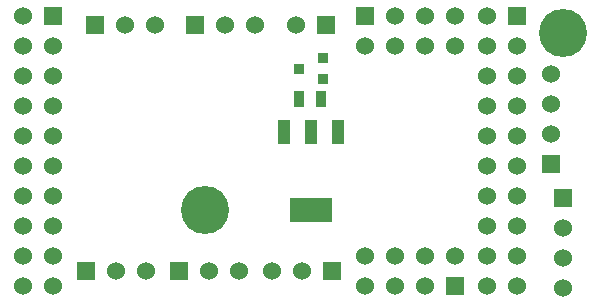
<source format=gbs>
G04 (created by PCBNEW (2013-may-18)-stable) date Вс 07 июн 2015 12:30:23*
%MOIN*%
G04 Gerber Fmt 3.4, Leading zero omitted, Abs format*
%FSLAX34Y34*%
G01*
G70*
G90*
G04 APERTURE LIST*
%ADD10C,0.00590551*%
%ADD11R,0.036X0.036*%
%ADD12R,0.144X0.08*%
%ADD13R,0.04X0.08*%
%ADD14R,0.035X0.055*%
%ADD15R,0.06X0.06*%
%ADD16C,0.06*%
%ADD17C,0.16*%
G04 APERTURE END LIST*
G54D10*
G54D11*
X35262Y-20842D03*
X35262Y-20142D03*
X34462Y-20492D03*
G54D12*
X34881Y-25217D03*
G54D13*
X34881Y-22617D03*
X35781Y-22617D03*
X33981Y-22617D03*
G54D14*
X35217Y-21515D03*
X34467Y-21515D03*
G54D15*
X39669Y-27744D03*
G54D16*
X39669Y-26744D03*
X38669Y-27744D03*
X38669Y-26744D03*
X37669Y-27744D03*
X37669Y-26744D03*
X36669Y-27744D03*
X36669Y-26744D03*
G54D15*
X36669Y-18732D03*
G54D16*
X36669Y-19732D03*
X37669Y-18732D03*
X37669Y-19732D03*
X38669Y-18732D03*
X38669Y-19732D03*
X39669Y-18732D03*
X39669Y-19732D03*
G54D15*
X43267Y-24799D03*
G54D16*
X43267Y-25799D03*
X43267Y-26799D03*
X43267Y-27799D03*
G54D15*
X42893Y-23665D03*
G54D16*
X42893Y-22665D03*
X42893Y-21665D03*
X42893Y-20665D03*
G54D15*
X31007Y-19055D03*
G54D16*
X32007Y-19055D03*
X33007Y-19055D03*
G54D15*
X35566Y-27244D03*
G54D16*
X34566Y-27244D03*
X33566Y-27244D03*
G54D15*
X27385Y-27244D03*
G54D16*
X28385Y-27244D03*
X29385Y-27244D03*
G54D15*
X27681Y-19055D03*
G54D16*
X28681Y-19055D03*
X29681Y-19055D03*
G54D15*
X30476Y-27244D03*
G54D16*
X31476Y-27244D03*
X32476Y-27244D03*
G54D15*
X35362Y-19055D03*
G54D16*
X34362Y-19055D03*
G54D15*
X41759Y-18751D03*
G54D16*
X40759Y-18751D03*
X41759Y-19751D03*
X40759Y-19751D03*
X41759Y-20751D03*
X40759Y-20751D03*
X41759Y-21751D03*
X40759Y-21751D03*
X41759Y-22751D03*
X40759Y-22751D03*
X41759Y-23751D03*
X40759Y-23751D03*
X41759Y-24751D03*
X40759Y-24751D03*
X41759Y-25751D03*
X40759Y-25751D03*
X41759Y-26751D03*
X40759Y-26751D03*
X41759Y-27751D03*
X40759Y-27751D03*
G54D15*
X26287Y-18751D03*
G54D16*
X25287Y-18751D03*
X26287Y-19751D03*
X25287Y-19751D03*
X26287Y-20751D03*
X25287Y-20751D03*
X26287Y-21751D03*
X25287Y-21751D03*
X26287Y-22751D03*
X25287Y-22751D03*
X26287Y-23751D03*
X25287Y-23751D03*
X26287Y-24751D03*
X25287Y-24751D03*
X26287Y-25751D03*
X25287Y-25751D03*
X26287Y-26751D03*
X25287Y-26751D03*
X26287Y-27751D03*
X25287Y-27751D03*
G54D17*
X43267Y-19291D03*
X31338Y-25196D03*
M02*

</source>
